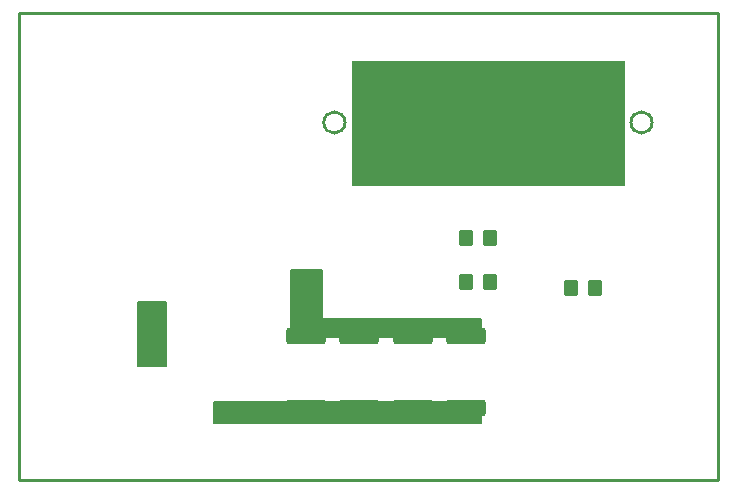
<source format=gbr>
G04 #@! TF.GenerationSoftware,KiCad,Pcbnew,(6.0.0)*
G04 #@! TF.CreationDate,2023-04-26T16:34:12+03:00*
G04 #@! TF.ProjectId,AccLoad,4163634c-6f61-4642-9e6b-696361645f70,rev?*
G04 #@! TF.SameCoordinates,Original*
G04 #@! TF.FileFunction,Paste,Top*
G04 #@! TF.FilePolarity,Positive*
%FSLAX46Y46*%
G04 Gerber Fmt 4.6, Leading zero omitted, Abs format (unit mm)*
G04 Created by KiCad (PCBNEW (6.0.0)) date 2023-04-26 16:34:12*
%MOMM*%
%LPD*%
G01*
G04 APERTURE LIST*
G04 Aperture macros list*
%AMRoundRect*
0 Rectangle with rounded corners*
0 $1 Rounding radius*
0 $2 $3 $4 $5 $6 $7 $8 $9 X,Y pos of 4 corners*
0 Add a 4 corners polygon primitive as box body*
4,1,4,$2,$3,$4,$5,$6,$7,$8,$9,$2,$3,0*
0 Add four circle primitives for the rounded corners*
1,1,$1+$1,$2,$3*
1,1,$1+$1,$4,$5*
1,1,$1+$1,$6,$7*
1,1,$1+$1,$8,$9*
0 Add four rect primitives between the rounded corners*
20,1,$1+$1,$2,$3,$4,$5,0*
20,1,$1+$1,$4,$5,$6,$7,0*
20,1,$1+$1,$6,$7,$8,$9,0*
20,1,$1+$1,$8,$9,$2,$3,0*%
G04 Aperture macros list end*
%ADD10C,0.200000*%
G04 #@! TA.AperFunction,Profile*
%ADD11C,0.250000*%
G04 #@! TD*
G04 #@! TA.AperFunction,Profile*
%ADD12C,0.100000*%
G04 #@! TD*
%ADD13RoundRect,0.249999X-1.425001X0.450001X-1.425001X-0.450001X1.425001X-0.450001X1.425001X0.450001X0*%
%ADD14RoundRect,0.250000X-0.350000X-0.450000X0.350000X-0.450000X0.350000X0.450000X-0.350000X0.450000X0*%
%ADD15RoundRect,0.250000X0.350000X0.450000X-0.350000X0.450000X-0.350000X-0.450000X0.350000X-0.450000X0*%
G04 APERTURE END LIST*
D10*
X114790000Y-92389500D02*
X117203000Y-92389500D01*
X117203000Y-92389500D02*
X117203000Y-97850500D01*
X117203000Y-97850500D02*
X114790000Y-97850500D01*
X114790000Y-97850500D02*
X114790000Y-92389500D01*
G36*
X114790000Y-92389500D02*
G01*
X117203000Y-92389500D01*
X117203000Y-97850500D01*
X114790000Y-97850500D01*
X114790000Y-92389500D01*
G37*
X143873000Y-102613000D02*
X121267000Y-102613000D01*
X121267000Y-102613000D02*
X121267000Y-100835000D01*
X121267000Y-100835000D02*
X143873000Y-100835000D01*
X143873000Y-100835000D02*
X143873000Y-102613000D01*
G36*
X143873000Y-102613000D02*
G01*
X121267000Y-102613000D01*
X121267000Y-100835000D01*
X143873000Y-100835000D01*
X143873000Y-102613000D01*
G37*
X130411000Y-94739000D02*
X127744000Y-94739000D01*
X127744000Y-94739000D02*
X127744000Y-89659000D01*
X127744000Y-89659000D02*
X130411000Y-89659000D01*
X130411000Y-89659000D02*
X130411000Y-94739000D01*
G36*
X130411000Y-94739000D02*
G01*
X127744000Y-94739000D01*
X127744000Y-89659000D01*
X130411000Y-89659000D01*
X130411000Y-94739000D01*
G37*
X127871000Y-95374000D02*
X143873000Y-95374000D01*
X143873000Y-95374000D02*
X143873000Y-93850000D01*
X143873000Y-93850000D02*
X127871000Y-93850000D01*
X127871000Y-93850000D02*
X127871000Y-95374000D01*
G36*
X127871000Y-95374000D02*
G01*
X143873000Y-95374000D01*
X143873000Y-93850000D01*
X127871000Y-93850000D01*
X127871000Y-95374000D01*
G37*
D11*
X163957000Y-107442000D02*
X163957000Y-67942000D01*
X158357000Y-77192000D02*
G75*
G03*
X158357000Y-77192000I-900000J0D01*
G01*
X163957000Y-67942000D02*
X104757000Y-67942000D01*
X132357000Y-77192000D02*
G75*
G03*
X132357000Y-77192000I-900000J0D01*
G01*
X104757000Y-67942000D02*
X104757000Y-107442000D01*
X104757000Y-107442000D02*
X163957000Y-107442000D01*
D12*
X132958601Y-71943907D02*
X155955736Y-71943907D01*
X155955736Y-71943907D02*
X155955736Y-82447233D01*
X155955736Y-82447233D02*
X132958601Y-82447233D01*
X132958601Y-82447233D02*
X132958601Y-71943907D01*
G36*
X132958601Y-71943907D02*
G01*
X155955736Y-71943907D01*
X155955736Y-82447233D01*
X132958601Y-82447233D01*
X132958601Y-71943907D01*
G37*
D13*
X138073334Y-95247000D03*
X138073334Y-101347000D03*
D14*
X151525000Y-91183000D03*
X153525000Y-91183000D03*
D13*
X129014000Y-95247000D03*
X129014000Y-101347000D03*
D14*
X142635000Y-86992000D03*
X144635000Y-86992000D03*
D15*
X144635000Y-90675000D03*
X142635000Y-90675000D03*
D13*
X142603000Y-95247000D03*
X142603000Y-101347000D03*
X133543668Y-95247000D03*
X133543668Y-101347000D03*
M02*

</source>
